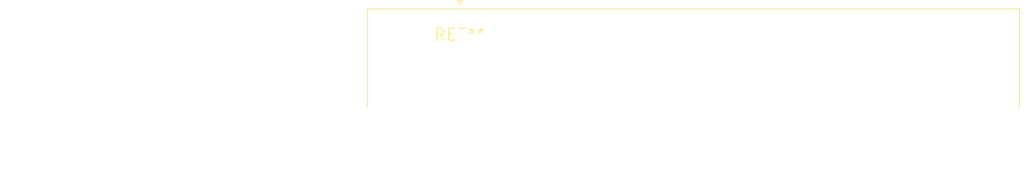
<source format=kicad_pcb>
(kicad_pcb (version 20240108) (generator pcbnew)
  (layers (0 "F.Cu" signal) (31 "B.Cu" signal) (34 "B.Paste" user) (35 "F.Paste" user) (36 "B.SilkS" user "B.Silkscreen") (37 "F.SilkS" user "F.Silkscreen") (38 "B.Mask" user) (39 "F.Mask" user) (44 "Edge.Cuts" user))
  (net 0 "")
  (footprint "DSUB-37_Male_Horizontal_P2.77x2.84mm_EdgePinOffset4.94mm_Housed_MountingHolesOffset7.48mm" (layer "F.Cu") (at 0 0)
    (property "Reference" "REF**")
    (property "Value" "DSUB-37_Male_Horizontal_P2.77x2.84mm_EdgePinOffset4.94mm_Housed_MountingHolesOffset7.48mm")
    (fp_line (start -9.83 -2.76) (end 59.69 -2.76) (layer "F.SilkS") (stroke (width 0.12)))
    (fp_line (start -9.83 7.72) (end -9.83 -2.76) (layer "F.SilkS") (stroke (width 0.12)))
    (fp_line (start -0.25 -3.654338) (end 0.25 -3.654338) (layer "F.SilkS") (stroke (width 0.12)))
    (fp_line (start 0 -3.221325) (end -0.25 -3.654338) (layer "F.SilkS") (stroke (width 0.12)))
    (fp_line (start 0.25 -3.654338) (end 0 -3.221325) (layer "F.SilkS") (stroke (width 0.12)))
    (fp_line (start 59.69 -2.76) (end 59.69 7.72) (layer "F.SilkS") (stroke (width 0.12)))
    (pad "0" thru_hole circle (at -6.82 0.3) (size 4 4) (drill 3.2) (layers *.Cu *.Mask) (remove_unused_layers))
    (pad "0" thru_hole circle (at 56.68 0.3) (size 4 4) (drill 3.2) (layers *.Cu *.Mask) (remove_unused_layers))
    (pad "1" thru_hole rect (at 0 0) (size 1.6 1.6) (drill 1) (layers *.Cu *.Mask) (remove_unused_layers))
    (pad "2" thru_hole circle (at 2.77 0) (size 1.6 1.6) (drill 1) (layers *.Cu *.Mask) (remove_unused_layers))
    (pad "3" thru_hole circle (at 5.54 0) (size 1.6 1.6) (drill 1) (layers *.Cu *.Mask) (remove_unused_layers))
    (pad "4" thru_hole circle (at 8.31 0) (size 1.6 1.6) (drill 1) (layers *.Cu *.Mask) (remove_unused_layers))
    (pad "5" thru_hole circle (at 11.08 0) (size 1.6 1.6) (drill 1) (layers *.Cu *.Mask) (remove_unused_layers))
    (pad "6" thru_hole circle (at 13.85 0) (size 1.6 1.6) (drill 1) (layers *.Cu *.Mask) (remove_unused_layers))
    (pad "7" thru_hole circle (at 16.62 0) (size 1.6 1.6) (drill 1) (layers *.Cu *.Mask) (remove_unused_layers))
    (pad "8" thru_hole circle (at 19.39 0) (size 1.6 1.6) (drill 1) (layers *.Cu *.Mask) (remove_unused_layers))
    (pad "9" thru_hole circle (at 22.16 0) (size 1.6 1.6) (drill 1) (layers *.Cu *.Mask) (remove_unused_layers))
    (pad "10" thru_hole circle (at 24.93 0) (size 1.6 1.6) (drill 1) (layers *.Cu *.Mask) (remove_unused_layers))
    (pad "11" thru_hole circle (at 27.7 0) (size 1.6 1.6) (drill 1) (layers *.Cu *.Mask) (remove_unused_layers))
    (pad "12" thru_hole circle (at 30.47 0) (size 1.6 1.6) (drill 1) (layers *.Cu *.Mask) (remove_unused_layers))
    (pad "13" thru_hole circle (at 33.24 0) (size 1.6 1.6) (drill 1) (layers *.Cu *.Mask) (remove_unused_layers))
    (pad "14" thru_hole circle (at 36.01 0) (size 1.6 1.6) (drill 1) (layers *.Cu *.Mask) (remove_unused_layers))
    (pad "15" thru_hole circle (at 38.78 0) (size 1.6 1.6) (drill 1) (layers *.Cu *.Mask) (remove_unused_layers))
    (pad "16" thru_hole circle (at 41.55 0) (size 1.6 1.6) (drill 1) (layers *.Cu *.Mask) (remove_unused_layers))
    (pad "17" thru_hole circle (at 44.32 0) (size 1.6 1.6) (drill 1) (layers *.Cu *.Mask) (remove_unused_layers))
    (pad "18" thru_hole circle (at 47.09 0) (size 1.6 1.6) (drill 1) (layers *.Cu *.Mask) (remove_unused_layers))
    (pad "19" thru_hole circle (at 49.86 0) (size 1.6 1.6) (drill 1) (layers *.Cu *.Mask) (remove_unused_layers))
    (pad "20" thru_hole circle (at 1.385 2.84) (size 1.6 1.6) (drill 1) (layers *.Cu *.Mask) (remove_unused_layers))
    (pad "21" thru_hole circle (at 4.155 2.84) (size 1.6 1.6) (drill 1) (layers *.Cu *.Mask) (remove_unused_layers))
    (pad "22" thru_hole circle (at 6.925 2.84) (size 1.6 1.6) (drill 1) (layers *.Cu *.Mask) (remove_unused_layers))
    (pad "23" thru_hole circle (at 9.695 2.84) (size 1.6 1.6) (drill 1) (layers *.Cu *.Mask) (remove_unused_layers))
    (pad "24" thru_hole circle (at 12.465 2.84) (size 1.6 1.6) (drill 1) (layers *.Cu *.Mask) (remove_unused_layers))
    (pad "25" thru_hole circle (at 15.235 2.84) (size 1.6 1.6) (drill 1) (layers *.Cu *.Mask) (remove_unused_layers))
    (pad "26" thru_hole circle (at 18.005 2.84) (size 1.6 1.6) (drill 1) (layers *.Cu *.Mask) (remove_unused_layers))
    (pad "27" thru_hole circle (at 20.775 2.84) (size 1.6 1.6) (drill 1) (layers *.Cu *.Mask) (remove_unused_layers))
    (pad "28" thru_hole circle (at 23.545 2.84) (size 1.6 1.6) (drill 1) (layers *.Cu *.Mask) (remove_unused_layers))
    (pad "29" thru_hole circle (at 26.315 2.84) (size 1.6 1.6) (drill 1) (layers *.Cu *.Mask) (remove_unused_layers))
    (pad "30" thru_hole circle (at 29.085 2.84) (size 1.6 1.6) (drill 1) (layers *.Cu *.Mask) (remove_unused_layers))
    (pad "31" thru_hole circle (at 31.855 2.84) (size 1.6 1.6) (drill 1) (layers *.Cu *.Mask) (remove_unused_layers))
    (pad "32" thru_hole circle (at 34.625 2.84) (size 1.6 1.6) (drill 1) (layers *.Cu *.Mask) (remove_unused_layers))
    (pad "33" thru_hole circle (at 37.395 2.84) (size 1.6 1.6) (drill 1) (layers *.Cu *.Mask) (remove_unused_layers))
    (pad "34" thru_hole circle (at 40.165 2.84) (size 1.6 1.6) (drill 1) (layers *.Cu *.Mask) (remove_unused_layers))
    (pad "35" thru_hole circle (at 42.935 2.84) (size 1.6 1.6) (drill 1) (layers *.Cu *.Mask) (remove_unused_layers))
    (pad "36" thru_hole circle (at 45.705 2.84) (size 1.6 1.6) (drill 1) (layers *.Cu *.Mask) (remove_unused_layers))
    (pad "37" thru_hole circle (at 48.475 2.84) (size 1.6 1.6) (drill 1) (layers *.Cu *.Mask) (remove_unused_layers))
  )
)
</source>
